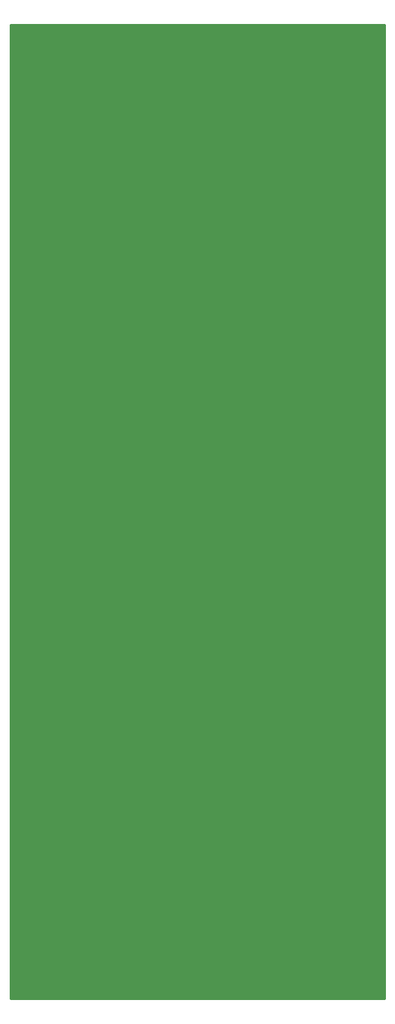
<source format=gbr>
G04 #@! TF.GenerationSoftware,KiCad,Pcbnew,(5.1.4-0-10_14)*
G04 #@! TF.CreationDate,2019-10-08T20:59:21-07:00*
G04 #@! TF.ProjectId,VCO_Front_Panel,56434f5f-4672-46f6-9e74-5f50616e656c,rev?*
G04 #@! TF.SameCoordinates,Original*
G04 #@! TF.FileFunction,Copper,L2,Bot*
G04 #@! TF.FilePolarity,Positive*
%FSLAX46Y46*%
G04 Gerber Fmt 4.6, Leading zero omitted, Abs format (unit mm)*
G04 Created by KiCad (PCBNEW (5.1.4-0-10_14)) date 2019-10-08 20:59:21*
%MOMM*%
%LPD*%
G04 APERTURE LIST*
%ADD10C,5.000000*%
%ADD11C,11.999999*%
%ADD12C,7.999999*%
%ADD13C,0.254000*%
G04 APERTURE END LIST*
D10*
X71374000Y-42926000D03*
X71374000Y-165354000D03*
D11*
X78740000Y-61722000D03*
X78740000Y-87630000D03*
D12*
X82550000Y-113665000D03*
X102870000Y-113665000D03*
D11*
X99060000Y-61722000D03*
X99060000Y-87630000D03*
D12*
X82550000Y-123825000D03*
X102870000Y-123825000D03*
X102870000Y-133985000D03*
X88900000Y-102870000D03*
X82550000Y-133985000D03*
X102870000Y-144145000D03*
X82550000Y-144145000D03*
X102870000Y-154305000D03*
X82550000Y-154305000D03*
D10*
X106934000Y-42926000D03*
X106934000Y-165354000D03*
D13*
G36*
X113386001Y-167742000D02*
G01*
X64414000Y-167742000D01*
X64414000Y-40538000D01*
X113386000Y-40538000D01*
X113386001Y-167742000D01*
X113386001Y-167742000D01*
G37*
X113386001Y-167742000D02*
X64414000Y-167742000D01*
X64414000Y-40538000D01*
X113386000Y-40538000D01*
X113386001Y-167742000D01*
M02*

</source>
